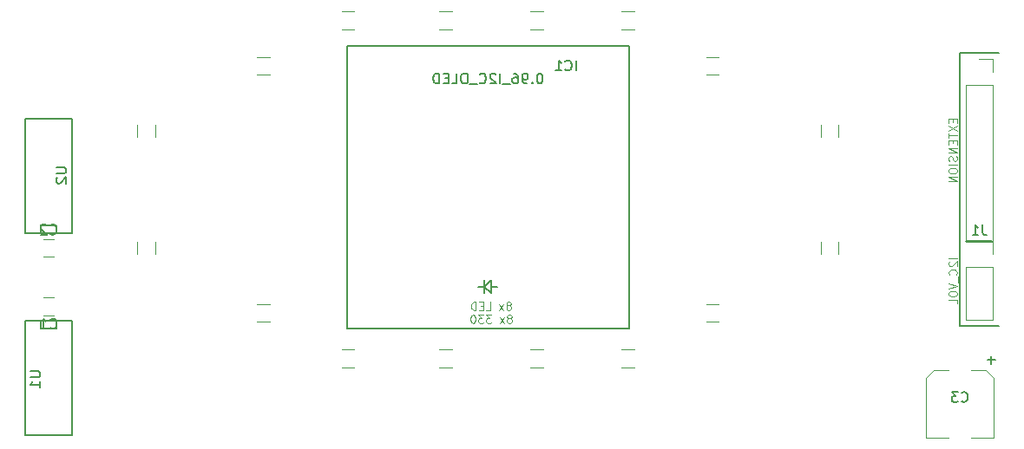
<source format=gbo>
G04 #@! TF.FileFunction,Legend,Bot*
%FSLAX46Y46*%
G04 Gerber Fmt 4.6, Leading zero omitted, Abs format (unit mm)*
G04 Created by KiCad (PCBNEW 4.0.7) date 02/09/20 20:32:47*
%MOMM*%
%LPD*%
G01*
G04 APERTURE LIST*
%ADD10C,0.100000*%
%ADD11C,0.200000*%
%ADD12C,0.150000*%
%ADD13C,0.120000*%
G04 APERTURE END LIST*
D10*
D11*
X120015000Y-116205000D02*
X119380000Y-116205000D01*
X120650000Y-116205000D02*
X121285000Y-116205000D01*
X120650000Y-116840000D02*
X120015000Y-116205000D01*
X120650000Y-115570000D02*
X120650000Y-116840000D01*
X120015000Y-116205000D02*
X120650000Y-115570000D01*
X120015000Y-115570000D02*
X120015000Y-116840000D01*
D10*
X122497619Y-119284762D02*
X122573810Y-119246667D01*
X122611905Y-119208571D01*
X122650000Y-119132381D01*
X122650000Y-119094286D01*
X122611905Y-119018095D01*
X122573810Y-118980000D01*
X122497619Y-118941905D01*
X122345238Y-118941905D01*
X122269048Y-118980000D01*
X122230952Y-119018095D01*
X122192857Y-119094286D01*
X122192857Y-119132381D01*
X122230952Y-119208571D01*
X122269048Y-119246667D01*
X122345238Y-119284762D01*
X122497619Y-119284762D01*
X122573810Y-119322857D01*
X122611905Y-119360952D01*
X122650000Y-119437143D01*
X122650000Y-119589524D01*
X122611905Y-119665714D01*
X122573810Y-119703810D01*
X122497619Y-119741905D01*
X122345238Y-119741905D01*
X122269048Y-119703810D01*
X122230952Y-119665714D01*
X122192857Y-119589524D01*
X122192857Y-119437143D01*
X122230952Y-119360952D01*
X122269048Y-119322857D01*
X122345238Y-119284762D01*
X121926190Y-119741905D02*
X121507143Y-119208571D01*
X121926190Y-119208571D02*
X121507143Y-119741905D01*
X120669047Y-118941905D02*
X120173809Y-118941905D01*
X120440476Y-119246667D01*
X120326190Y-119246667D01*
X120250000Y-119284762D01*
X120211904Y-119322857D01*
X120173809Y-119399048D01*
X120173809Y-119589524D01*
X120211904Y-119665714D01*
X120250000Y-119703810D01*
X120326190Y-119741905D01*
X120554762Y-119741905D01*
X120630952Y-119703810D01*
X120669047Y-119665714D01*
X119907142Y-118941905D02*
X119411904Y-118941905D01*
X119678571Y-119246667D01*
X119564285Y-119246667D01*
X119488095Y-119284762D01*
X119449999Y-119322857D01*
X119411904Y-119399048D01*
X119411904Y-119589524D01*
X119449999Y-119665714D01*
X119488095Y-119703810D01*
X119564285Y-119741905D01*
X119792857Y-119741905D01*
X119869047Y-119703810D01*
X119907142Y-119665714D01*
X118916666Y-118941905D02*
X118840475Y-118941905D01*
X118764285Y-118980000D01*
X118726190Y-119018095D01*
X118688094Y-119094286D01*
X118649999Y-119246667D01*
X118649999Y-119437143D01*
X118688094Y-119589524D01*
X118726190Y-119665714D01*
X118764285Y-119703810D01*
X118840475Y-119741905D01*
X118916666Y-119741905D01*
X118992856Y-119703810D01*
X119030952Y-119665714D01*
X119069047Y-119589524D01*
X119107142Y-119437143D01*
X119107142Y-119246667D01*
X119069047Y-119094286D01*
X119030952Y-119018095D01*
X118992856Y-118980000D01*
X118916666Y-118941905D01*
X122440476Y-118014762D02*
X122516667Y-117976667D01*
X122554762Y-117938571D01*
X122592857Y-117862381D01*
X122592857Y-117824286D01*
X122554762Y-117748095D01*
X122516667Y-117710000D01*
X122440476Y-117671905D01*
X122288095Y-117671905D01*
X122211905Y-117710000D01*
X122173809Y-117748095D01*
X122135714Y-117824286D01*
X122135714Y-117862381D01*
X122173809Y-117938571D01*
X122211905Y-117976667D01*
X122288095Y-118014762D01*
X122440476Y-118014762D01*
X122516667Y-118052857D01*
X122554762Y-118090952D01*
X122592857Y-118167143D01*
X122592857Y-118319524D01*
X122554762Y-118395714D01*
X122516667Y-118433810D01*
X122440476Y-118471905D01*
X122288095Y-118471905D01*
X122211905Y-118433810D01*
X122173809Y-118395714D01*
X122135714Y-118319524D01*
X122135714Y-118167143D01*
X122173809Y-118090952D01*
X122211905Y-118052857D01*
X122288095Y-118014762D01*
X121869047Y-118471905D02*
X121450000Y-117938571D01*
X121869047Y-117938571D02*
X121450000Y-118471905D01*
X120154761Y-118471905D02*
X120535714Y-118471905D01*
X120535714Y-117671905D01*
X119888095Y-118052857D02*
X119621428Y-118052857D01*
X119507142Y-118471905D02*
X119888095Y-118471905D01*
X119888095Y-117671905D01*
X119507142Y-117671905D01*
X119164285Y-118471905D02*
X119164285Y-117671905D01*
X118973809Y-117671905D01*
X118859523Y-117710000D01*
X118783332Y-117786190D01*
X118745237Y-117862381D01*
X118707142Y-118014762D01*
X118707142Y-118129048D01*
X118745237Y-118281429D01*
X118783332Y-118357619D01*
X118859523Y-118433810D01*
X118973809Y-118471905D01*
X119164285Y-118471905D01*
D11*
X166370000Y-93345000D02*
X170180000Y-93345000D01*
X166370000Y-120015000D02*
X166370000Y-93345000D01*
X167005000Y-111760000D02*
X169545000Y-111760000D01*
X170180000Y-120015000D02*
X166370000Y-120015000D01*
D12*
X134085000Y-120280000D02*
X134085000Y-92680000D01*
X106585000Y-120280000D02*
X134085000Y-120280000D01*
X106585000Y-92680000D02*
X106585000Y-120280000D01*
X106585000Y-92680000D02*
X134085000Y-92680000D01*
X76708000Y-119507000D02*
X76708000Y-120269000D01*
X76708000Y-120269000D02*
X78232000Y-120269000D01*
X78232000Y-120269000D02*
X78232000Y-119507000D01*
X75184000Y-130683000D02*
X79756000Y-130683000D01*
X79756000Y-130683000D02*
X79756000Y-119507000D01*
X79756000Y-119507000D02*
X75184000Y-119507000D01*
X75184000Y-119507000D02*
X75184000Y-130683000D01*
D13*
X169605000Y-111820000D02*
X166945000Y-111820000D01*
X169605000Y-96520000D02*
X169605000Y-111820000D01*
X166945000Y-96520000D02*
X166945000Y-111820000D01*
X169605000Y-96520000D02*
X166945000Y-96520000D01*
X169605000Y-95250000D02*
X169605000Y-93920000D01*
X169605000Y-93920000D02*
X168275000Y-93920000D01*
X169605000Y-119440000D02*
X166945000Y-119440000D01*
X169605000Y-114300000D02*
X169605000Y-119440000D01*
X166945000Y-114300000D02*
X166945000Y-119440000D01*
X169605000Y-114300000D02*
X166945000Y-114300000D01*
X169605000Y-113030000D02*
X169605000Y-111700000D01*
X169605000Y-111700000D02*
X168275000Y-111700000D01*
X77970000Y-118960000D02*
X76970000Y-118960000D01*
X76970000Y-117260000D02*
X77970000Y-117260000D01*
X76970000Y-111545000D02*
X77970000Y-111545000D01*
X77970000Y-113245000D02*
X76970000Y-113245000D01*
X169670000Y-130935000D02*
X167490000Y-130935000D01*
X163070000Y-130935000D02*
X165250000Y-130935000D01*
X168910000Y-124335000D02*
X167490000Y-124335000D01*
X163830000Y-124335000D02*
X165250000Y-124335000D01*
X169670000Y-130935000D02*
X169670000Y-125095000D01*
X169670000Y-125095000D02*
X168910000Y-124335000D01*
X163830000Y-124335000D02*
X163070000Y-125095000D01*
X163070000Y-125095000D02*
X163070000Y-130935000D01*
X142840000Y-117865000D02*
X141640000Y-117865000D01*
X141640000Y-119625000D02*
X142840000Y-119625000D01*
X134585000Y-122310000D02*
X133385000Y-122310000D01*
X133385000Y-124070000D02*
X134585000Y-124070000D01*
X125695000Y-122310000D02*
X124495000Y-122310000D01*
X124495000Y-124070000D02*
X125695000Y-124070000D01*
X116805000Y-122310000D02*
X115605000Y-122310000D01*
X115605000Y-124070000D02*
X116805000Y-124070000D01*
X107280000Y-122310000D02*
X106080000Y-122310000D01*
X106080000Y-124070000D02*
X107280000Y-124070000D01*
X99025000Y-117865000D02*
X97825000Y-117865000D01*
X97825000Y-119625000D02*
X99025000Y-119625000D01*
X87875000Y-112995000D02*
X87875000Y-111795000D01*
X86115000Y-111795000D02*
X86115000Y-112995000D01*
X87875000Y-101565000D02*
X87875000Y-100365000D01*
X86115000Y-100365000D02*
X86115000Y-101565000D01*
X97825000Y-95495000D02*
X99025000Y-95495000D01*
X99025000Y-93735000D02*
X97825000Y-93735000D01*
X106080000Y-91050000D02*
X107280000Y-91050000D01*
X107280000Y-89290000D02*
X106080000Y-89290000D01*
X115605000Y-91050000D02*
X116805000Y-91050000D01*
X116805000Y-89290000D02*
X115605000Y-89290000D01*
X125695000Y-89290000D02*
X124495000Y-89290000D01*
X124495000Y-91050000D02*
X125695000Y-91050000D01*
X133385000Y-91050000D02*
X134585000Y-91050000D01*
X134585000Y-89290000D02*
X133385000Y-89290000D01*
X141640000Y-95495000D02*
X142840000Y-95495000D01*
X142840000Y-93735000D02*
X141640000Y-93735000D01*
X152790000Y-100365000D02*
X152790000Y-101565000D01*
X154550000Y-101565000D02*
X154550000Y-100365000D01*
X152790000Y-111795000D02*
X152790000Y-112995000D01*
X154550000Y-112995000D02*
X154550000Y-111795000D01*
D12*
X78232000Y-110998000D02*
X78232000Y-110236000D01*
X78232000Y-110236000D02*
X76708000Y-110236000D01*
X76708000Y-110236000D02*
X76708000Y-110998000D01*
X79756000Y-99822000D02*
X75184000Y-99822000D01*
X75184000Y-99822000D02*
X75184000Y-110998000D01*
X75184000Y-110998000D02*
X79756000Y-110998000D01*
X79756000Y-110998000D02*
X79756000Y-99822000D01*
X128931190Y-95067381D02*
X128931190Y-94067381D01*
X127883571Y-94972143D02*
X127931190Y-95019762D01*
X128074047Y-95067381D01*
X128169285Y-95067381D01*
X128312143Y-95019762D01*
X128407381Y-94924524D01*
X128455000Y-94829286D01*
X128502619Y-94638810D01*
X128502619Y-94495952D01*
X128455000Y-94305476D01*
X128407381Y-94210238D01*
X128312143Y-94115000D01*
X128169285Y-94067381D01*
X128074047Y-94067381D01*
X127931190Y-94115000D01*
X127883571Y-94162619D01*
X126931190Y-95067381D02*
X127502619Y-95067381D01*
X127216905Y-95067381D02*
X127216905Y-94067381D01*
X127312143Y-94210238D01*
X127407381Y-94305476D01*
X127502619Y-94353095D01*
X125430238Y-95337381D02*
X125334999Y-95337381D01*
X125239761Y-95385000D01*
X125192142Y-95432619D01*
X125144523Y-95527857D01*
X125096904Y-95718333D01*
X125096904Y-95956429D01*
X125144523Y-96146905D01*
X125192142Y-96242143D01*
X125239761Y-96289762D01*
X125334999Y-96337381D01*
X125430238Y-96337381D01*
X125525476Y-96289762D01*
X125573095Y-96242143D01*
X125620714Y-96146905D01*
X125668333Y-95956429D01*
X125668333Y-95718333D01*
X125620714Y-95527857D01*
X125573095Y-95432619D01*
X125525476Y-95385000D01*
X125430238Y-95337381D01*
X124668333Y-96242143D02*
X124620714Y-96289762D01*
X124668333Y-96337381D01*
X124715952Y-96289762D01*
X124668333Y-96242143D01*
X124668333Y-96337381D01*
X124144524Y-96337381D02*
X123954048Y-96337381D01*
X123858809Y-96289762D01*
X123811190Y-96242143D01*
X123715952Y-96099286D01*
X123668333Y-95908810D01*
X123668333Y-95527857D01*
X123715952Y-95432619D01*
X123763571Y-95385000D01*
X123858809Y-95337381D01*
X124049286Y-95337381D01*
X124144524Y-95385000D01*
X124192143Y-95432619D01*
X124239762Y-95527857D01*
X124239762Y-95765952D01*
X124192143Y-95861190D01*
X124144524Y-95908810D01*
X124049286Y-95956429D01*
X123858809Y-95956429D01*
X123763571Y-95908810D01*
X123715952Y-95861190D01*
X123668333Y-95765952D01*
X122811190Y-95337381D02*
X123001667Y-95337381D01*
X123096905Y-95385000D01*
X123144524Y-95432619D01*
X123239762Y-95575476D01*
X123287381Y-95765952D01*
X123287381Y-96146905D01*
X123239762Y-96242143D01*
X123192143Y-96289762D01*
X123096905Y-96337381D01*
X122906428Y-96337381D01*
X122811190Y-96289762D01*
X122763571Y-96242143D01*
X122715952Y-96146905D01*
X122715952Y-95908810D01*
X122763571Y-95813571D01*
X122811190Y-95765952D01*
X122906428Y-95718333D01*
X123096905Y-95718333D01*
X123192143Y-95765952D01*
X123239762Y-95813571D01*
X123287381Y-95908810D01*
X122525476Y-96432619D02*
X121763571Y-96432619D01*
X121525476Y-96337381D02*
X121525476Y-95337381D01*
X121096905Y-95432619D02*
X121049286Y-95385000D01*
X120954048Y-95337381D01*
X120715952Y-95337381D01*
X120620714Y-95385000D01*
X120573095Y-95432619D01*
X120525476Y-95527857D01*
X120525476Y-95623095D01*
X120573095Y-95765952D01*
X121144524Y-96337381D01*
X120525476Y-96337381D01*
X119525476Y-96242143D02*
X119573095Y-96289762D01*
X119715952Y-96337381D01*
X119811190Y-96337381D01*
X119954048Y-96289762D01*
X120049286Y-96194524D01*
X120096905Y-96099286D01*
X120144524Y-95908810D01*
X120144524Y-95765952D01*
X120096905Y-95575476D01*
X120049286Y-95480238D01*
X119954048Y-95385000D01*
X119811190Y-95337381D01*
X119715952Y-95337381D01*
X119573095Y-95385000D01*
X119525476Y-95432619D01*
X119335000Y-96432619D02*
X118573095Y-96432619D01*
X118144524Y-95337381D02*
X117954047Y-95337381D01*
X117858809Y-95385000D01*
X117763571Y-95480238D01*
X117715952Y-95670714D01*
X117715952Y-96004048D01*
X117763571Y-96194524D01*
X117858809Y-96289762D01*
X117954047Y-96337381D01*
X118144524Y-96337381D01*
X118239762Y-96289762D01*
X118335000Y-96194524D01*
X118382619Y-96004048D01*
X118382619Y-95670714D01*
X118335000Y-95480238D01*
X118239762Y-95385000D01*
X118144524Y-95337381D01*
X116811190Y-96337381D02*
X117287381Y-96337381D01*
X117287381Y-95337381D01*
X116477857Y-95813571D02*
X116144523Y-95813571D01*
X116001666Y-96337381D02*
X116477857Y-96337381D01*
X116477857Y-95337381D01*
X116001666Y-95337381D01*
X115573095Y-96337381D02*
X115573095Y-95337381D01*
X115335000Y-95337381D01*
X115192142Y-95385000D01*
X115096904Y-95480238D01*
X115049285Y-95575476D01*
X115001666Y-95765952D01*
X115001666Y-95908810D01*
X115049285Y-96099286D01*
X115096904Y-96194524D01*
X115192142Y-96289762D01*
X115335000Y-96337381D01*
X115573095Y-96337381D01*
X75652381Y-124460095D02*
X76461905Y-124460095D01*
X76557143Y-124507714D01*
X76604762Y-124555333D01*
X76652381Y-124650571D01*
X76652381Y-124841048D01*
X76604762Y-124936286D01*
X76557143Y-124983905D01*
X76461905Y-125031524D01*
X75652381Y-125031524D01*
X76652381Y-126031524D02*
X76652381Y-125460095D01*
X76652381Y-125745809D02*
X75652381Y-125745809D01*
X75795238Y-125650571D01*
X75890476Y-125555333D01*
X75938095Y-125460095D01*
D10*
X165677857Y-99822381D02*
X165677857Y-100089048D01*
X166096905Y-100203334D02*
X166096905Y-99822381D01*
X165296905Y-99822381D01*
X165296905Y-100203334D01*
X165296905Y-100470001D02*
X166096905Y-101003334D01*
X165296905Y-101003334D02*
X166096905Y-100470001D01*
X165296905Y-101193810D02*
X165296905Y-101650953D01*
X166096905Y-101422382D02*
X165296905Y-101422382D01*
X165677857Y-101917620D02*
X165677857Y-102184287D01*
X166096905Y-102298573D02*
X166096905Y-101917620D01*
X165296905Y-101917620D01*
X165296905Y-102298573D01*
X166096905Y-102641430D02*
X165296905Y-102641430D01*
X166096905Y-103098573D01*
X165296905Y-103098573D01*
X166058810Y-103441430D02*
X166096905Y-103555716D01*
X166096905Y-103746192D01*
X166058810Y-103822382D01*
X166020714Y-103860478D01*
X165944524Y-103898573D01*
X165868333Y-103898573D01*
X165792143Y-103860478D01*
X165754048Y-103822382D01*
X165715952Y-103746192D01*
X165677857Y-103593811D01*
X165639762Y-103517620D01*
X165601667Y-103479525D01*
X165525476Y-103441430D01*
X165449286Y-103441430D01*
X165373095Y-103479525D01*
X165335000Y-103517620D01*
X165296905Y-103593811D01*
X165296905Y-103784287D01*
X165335000Y-103898573D01*
X166096905Y-104241430D02*
X165296905Y-104241430D01*
X165296905Y-104774763D02*
X165296905Y-104927144D01*
X165335000Y-105003335D01*
X165411190Y-105079525D01*
X165563571Y-105117620D01*
X165830238Y-105117620D01*
X165982619Y-105079525D01*
X166058810Y-105003335D01*
X166096905Y-104927144D01*
X166096905Y-104774763D01*
X166058810Y-104698573D01*
X165982619Y-104622382D01*
X165830238Y-104584287D01*
X165563571Y-104584287D01*
X165411190Y-104622382D01*
X165335000Y-104698573D01*
X165296905Y-104774763D01*
X166096905Y-105460477D02*
X165296905Y-105460477D01*
X166096905Y-105917620D01*
X165296905Y-105917620D01*
D12*
X168608333Y-110152381D02*
X168608333Y-110866667D01*
X168655953Y-111009524D01*
X168751191Y-111104762D01*
X168894048Y-111152381D01*
X168989286Y-111152381D01*
X167608333Y-111152381D02*
X168179762Y-111152381D01*
X167894048Y-111152381D02*
X167894048Y-110152381D01*
X167989286Y-110295238D01*
X168084524Y-110390476D01*
X168179762Y-110438095D01*
D10*
X166096905Y-113398572D02*
X165296905Y-113398572D01*
X165373095Y-113741429D02*
X165335000Y-113779524D01*
X165296905Y-113855715D01*
X165296905Y-114046191D01*
X165335000Y-114122381D01*
X165373095Y-114160477D01*
X165449286Y-114198572D01*
X165525476Y-114198572D01*
X165639762Y-114160477D01*
X166096905Y-113703334D01*
X166096905Y-114198572D01*
X166020714Y-114998572D02*
X166058810Y-114960477D01*
X166096905Y-114846191D01*
X166096905Y-114770001D01*
X166058810Y-114655715D01*
X165982619Y-114579524D01*
X165906429Y-114541429D01*
X165754048Y-114503334D01*
X165639762Y-114503334D01*
X165487381Y-114541429D01*
X165411190Y-114579524D01*
X165335000Y-114655715D01*
X165296905Y-114770001D01*
X165296905Y-114846191D01*
X165335000Y-114960477D01*
X165373095Y-114998572D01*
X166173095Y-115150953D02*
X166173095Y-115760477D01*
X165296905Y-115836667D02*
X166096905Y-116103334D01*
X165296905Y-116370001D01*
X165296905Y-116789048D02*
X165296905Y-116941429D01*
X165335000Y-117017620D01*
X165411190Y-117093810D01*
X165563571Y-117131905D01*
X165830238Y-117131905D01*
X165982619Y-117093810D01*
X166058810Y-117017620D01*
X166096905Y-116941429D01*
X166096905Y-116789048D01*
X166058810Y-116712858D01*
X165982619Y-116636667D01*
X165830238Y-116598572D01*
X165563571Y-116598572D01*
X165411190Y-116636667D01*
X165335000Y-116712858D01*
X165296905Y-116789048D01*
X166096905Y-117855715D02*
X166096905Y-117474762D01*
X165296905Y-117474762D01*
D12*
X77636666Y-120217143D02*
X77684285Y-120264762D01*
X77827142Y-120312381D01*
X77922380Y-120312381D01*
X78065238Y-120264762D01*
X78160476Y-120169524D01*
X78208095Y-120074286D01*
X78255714Y-119883810D01*
X78255714Y-119740952D01*
X78208095Y-119550476D01*
X78160476Y-119455238D01*
X78065238Y-119360000D01*
X77922380Y-119312381D01*
X77827142Y-119312381D01*
X77684285Y-119360000D01*
X77636666Y-119407619D01*
X76684285Y-120312381D02*
X77255714Y-120312381D01*
X76970000Y-120312381D02*
X76970000Y-119312381D01*
X77065238Y-119455238D01*
X77160476Y-119550476D01*
X77255714Y-119598095D01*
X77636666Y-111002143D02*
X77684285Y-111049762D01*
X77827142Y-111097381D01*
X77922380Y-111097381D01*
X78065238Y-111049762D01*
X78160476Y-110954524D01*
X78208095Y-110859286D01*
X78255714Y-110668810D01*
X78255714Y-110525952D01*
X78208095Y-110335476D01*
X78160476Y-110240238D01*
X78065238Y-110145000D01*
X77922380Y-110097381D01*
X77827142Y-110097381D01*
X77684285Y-110145000D01*
X77636666Y-110192619D01*
X77255714Y-110192619D02*
X77208095Y-110145000D01*
X77112857Y-110097381D01*
X76874761Y-110097381D01*
X76779523Y-110145000D01*
X76731904Y-110192619D01*
X76684285Y-110287857D01*
X76684285Y-110383095D01*
X76731904Y-110525952D01*
X77303333Y-111097381D01*
X76684285Y-111097381D01*
X166536666Y-127357143D02*
X166584285Y-127404762D01*
X166727142Y-127452381D01*
X166822380Y-127452381D01*
X166965238Y-127404762D01*
X167060476Y-127309524D01*
X167108095Y-127214286D01*
X167155714Y-127023810D01*
X167155714Y-126880952D01*
X167108095Y-126690476D01*
X167060476Y-126595238D01*
X166965238Y-126500000D01*
X166822380Y-126452381D01*
X166727142Y-126452381D01*
X166584285Y-126500000D01*
X166536666Y-126547619D01*
X166203333Y-126452381D02*
X165584285Y-126452381D01*
X165917619Y-126833333D01*
X165774761Y-126833333D01*
X165679523Y-126880952D01*
X165631904Y-126928571D01*
X165584285Y-127023810D01*
X165584285Y-127261905D01*
X165631904Y-127357143D01*
X165679523Y-127404762D01*
X165774761Y-127452381D01*
X166060476Y-127452381D01*
X166155714Y-127404762D01*
X166203333Y-127357143D01*
X169451429Y-122974048D02*
X169451429Y-123735953D01*
X169832381Y-123355001D02*
X169070476Y-123355001D01*
X78192381Y-104521095D02*
X79001905Y-104521095D01*
X79097143Y-104568714D01*
X79144762Y-104616333D01*
X79192381Y-104711571D01*
X79192381Y-104902048D01*
X79144762Y-104997286D01*
X79097143Y-105044905D01*
X79001905Y-105092524D01*
X78192381Y-105092524D01*
X78287619Y-105521095D02*
X78240000Y-105568714D01*
X78192381Y-105663952D01*
X78192381Y-105902048D01*
X78240000Y-105997286D01*
X78287619Y-106044905D01*
X78382857Y-106092524D01*
X78478095Y-106092524D01*
X78620952Y-106044905D01*
X79192381Y-105473476D01*
X79192381Y-106092524D01*
M02*

</source>
